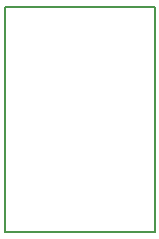
<source format=gbr>
G04 (created by PCBNEW (2012-nov-02)-testing) date 20.01.2013 (нд)  8,50,36 EET*
%MOIN*%
G04 Gerber Fmt 3.4, Leading zero omitted, Abs format*
%FSLAX34Y34*%
G01*
G70*
G90*
G04 APERTURE LIST*
%ADD10C,0.006*%
%ADD11C,0.00590551*%
G04 APERTURE END LIST*
G54D10*
G54D11*
X82992Y-56259D02*
X82992Y-48740D01*
X87992Y-56259D02*
X82992Y-56259D01*
X87992Y-48740D02*
X87992Y-56259D01*
X82992Y-48740D02*
X87992Y-48740D01*
M02*

</source>
